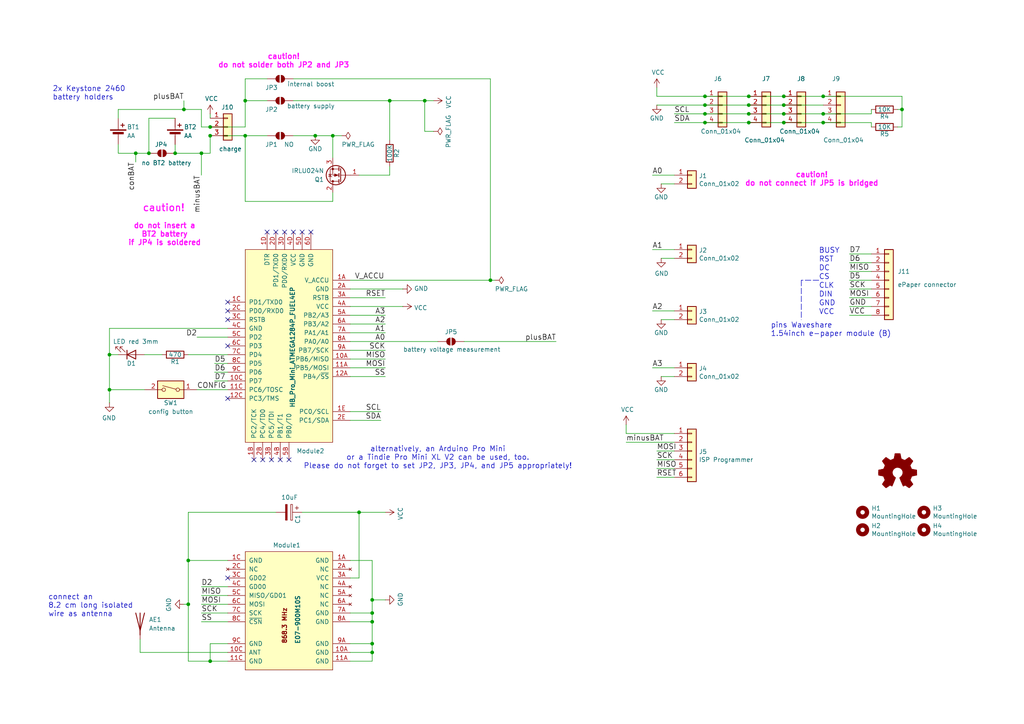
<source format=kicad_sch>
(kicad_sch (version 20231120) (generator "eeschema") (generator_version "8.0")
  (paper "A4")
  (title_block (title "HB-UNI-SEN-BATT_E07-900M10S_FUEL4EP") (date "2025-03-06") (rev "1.3") (company "(C) FUEL4EP 2025") (comment 1 "and connector for Waveshare e-paper module (B) 1.54inch (J11)") (comment 2 "and eByte E07-900M10S  transceiver") (comment 3 "for HB_Pro_Mini_ATMEGA1284P_FUEL4EP/Tindie Pro Mini XL V2/Arduino Pro Mini") (comment 4 "fork of Alexander Reinert's HB-UNI-SEN-BATT/ Creative Commons License,non-commercial"))
  (lib_symbols
    (symbol "Connector_Generic:Conn_01x02" (pin_names (offset 1.016) hide)
      (property "Reference" "J" (at 0 2.54 0))
      (property "Value" "Conn_01x02" (at 0 -5.08 0))
      (symbol "Conn_01x02_1_1"
        (pin passive line (at -5.08 0 0) (length 3.81) (name "Pin_1") (number "1"))
        (pin passive line (at -5.08 -2.54 0) (length 3.81) (name "Pin_2") (number "2"))
      )
    )
    (symbol "Connector_Generic:Conn_01x03" (pin_names (offset 1.016) hide)
      (property "Reference" "J" (at 0 5.08 0))
      (property "Value" "Conn_01x03" (at 0 -5.08 0))
      (symbol "Conn_01x03_1_1"
        (pin passive line (at -5.08 2.54 0) (length 3.81) (name "Pin_1") (number "1"))
        (pin passive line (at -5.08 0 0) (length 3.81) (name "Pin_2") (number "2"))
        (pin passive line (at -5.08 -2.54 0) (length 3.81) (name "Pin_3") (number "3"))
      )
    )
    (symbol "Connector_Generic:Conn_01x04" (pin_names (offset 1.016) hide)
      (property "Reference" "J" (at 0 5.08 0))
      (property "Value" "Conn_01x04" (at 0 -7.62 0))
      (symbol "Conn_01x04_1_1"
        (pin passive line (at -5.08 2.54 0) (length 3.81) (name "Pin_1") (number "1"))
        (pin passive line (at -5.08 0 0) (length 3.81) (name "Pin_2") (number "2"))
        (pin passive line (at -5.08 -2.54 0) (length 3.81) (name "Pin_3") (number "3"))
        (pin passive line (at -5.08 -5.08 0) (length 3.81) (name "Pin_4") (number "4"))
      )
    )
    (symbol "Connector_Generic:Conn_01x06" (pin_names (offset 1.016) hide)
      (property "Reference" "J" (at 0 7.62 0))
      (property "Value" "Conn_01x06" (at 0 -10.16 0))
      (symbol "Conn_01x06_1_1"
        (pin passive line (at -5.08 5.08 0) (length 3.81) (name "Pin_1") (number "1"))
        (pin passive line (at -5.08 2.54 0) (length 3.81) (name "Pin_2") (number "2"))
        (pin passive line (at -5.08 0 0) (length 3.81) (name "Pin_3") (number "3"))
        (pin passive line (at -5.08 -2.54 0) (length 3.81) (name "Pin_4") (number "4"))
        (pin passive line (at -5.08 -5.08 0) (length 3.81) (name "Pin_5") (number "5"))
        (pin passive line (at -5.08 -7.62 0) (length 3.81) (name "Pin_6") (number "6"))
      )
    )
    (symbol "Connector_Generic:Conn_01x08" (pin_names (offset 1.016) hide)
      (property "Reference" "J" (at 0 10.16 0))
      (property "Value" "Conn_01x08" (at 0 -12.7 0))
      (symbol "Conn_01x08_1_1"
        (pin passive line (at -5.08 7.62 0) (length 3.81) (name "Pin_1") (number "1"))
        (pin passive line (at -5.08 5.08 0) (length 3.81) (name "Pin_2") (number "2"))
        (pin passive line (at -5.08 2.54 0) (length 3.81) (name "Pin_3") (number "3"))
        (pin passive line (at -5.08 0 0) (length 3.81) (name "Pin_4") (number "4"))
        (pin passive line (at -5.08 -2.54 0) (length 3.81) (name "Pin_5") (number "5"))
        (pin passive line (at -5.08 -5.08 0) (length 3.81) (name "Pin_6") (number "6"))
        (pin passive line (at -5.08 -7.62 0) (length 3.81) (name "Pin_7") (number "7"))
        (pin passive line (at -5.08 -10.16 0) (length 3.81) (name "Pin_8") (number "8"))
      )
    )
    (symbol "Device:Antenna" (pin_numbers hide) (pin_names (offset 1.016) hide)
      (property "Reference" "AE" (at -1.905 1.905 0))
      (property "Value" "Antenna" (at -1.905 0 0))
      (symbol "Antenna_1_1"
        (pin input line (at 0 -5.08 90) (length 2.54) (name "A") (number "1"))
      )
    )
    (symbol "Device:Battery_Cell" (pin_numbers hide) (pin_names (offset 0) hide)
      (property "Reference" "BT" (at 2.54 2.54 0))
      (property "Value" "Battery_Cell" (at 2.54 0 0))
      (symbol "Battery_Cell_1_1"
        (pin passive line (at 0 5.08 270) (length 2.54) (name "+") (number "1"))
        (pin passive line (at 0 -2.54 90) (length 2.54) (name "-") (number "2"))
      )
    )
    (symbol "Device:C_Polarized" (pin_numbers hide) (pin_names (offset 0.254))
      (property "Reference" "C" (at 0.635 2.54 0))
      (property "Value" "C_Polarized" (at 0.635 -2.54 0))
      (symbol "C_Polarized_1_1"
        (pin passive line (at 0 3.81 270) (length 2.794) (name "~") (number "1"))
        (pin passive line (at 0 -3.81 90) (length 2.794) (name "~") (number "2"))
      )
    )
    (symbol "Device:LED" (pin_numbers hide) (pin_names (offset 1.016) hide)
      (property "Reference" "D" (at 0 2.54 0))
      (property "Value" "LED" (at 0 -2.54 0))
      (symbol "LED_1_1"
        (pin passive line (at -3.81 0 0) (length 2.54) (name "K") (number "1"))
        (pin passive line (at 3.81 0 180) (length 2.54) (name "A") (number "2"))
      )
    )
    (symbol "Device:Q_NMOS_GDS" (pin_names (offset 0) hide)
      (property "Reference" "Q" (at 5.08 1.27 0))
      (property "Value" "Q_NMOS_GDS" (at 5.08 -1.27 0))
      (symbol "Q_NMOS_GDS_1_1"
        (pin input line (at -5.08 0 0) (length 2.54) (name "G") (number "1"))
        (pin passive line (at 2.54 5.08 270) (length 2.54) (name "D") (number "2"))
        (pin passive line (at 2.54 -5.08 90) (length 2.54) (name "S") (number "3"))
      )
    )
    (symbol "Device:R" (pin_numbers hide) (pin_names (offset 0))
      (property "Reference" "R" (at 2.032 0 90))
      (property "Value" "R" (at 0 0 90))
      (symbol "R_1_1"
        (pin passive line (at 0 3.81 270) (length 1.27) (name "~") (number "1"))
        (pin passive line (at 0 -3.81 90) (length 1.27) (name "~") (number "2"))
      )
    )
    (symbol "FUEL4EP:E07-900M10S" (pin_names (offset 1.016))
      (property "Reference" "Module" (at 3.81 -1.905 0))
      (property "Value" "E07-900M10S" (at 14.605 14.605 90))
      (symbol "E07-900M10S_0_0"
        (text "868.3 MHz" (at 11.43 7.62 900) (effects (font (size 1.27 1.27) (bold yes)) (justify left)))
        (pin output line (at -5.08 5.08 0) (length 5.08) (name "ANT") (number "10C"))
        (pin power_in line (at 30.48 2.54 180) (length 5.08) (name "GND") (number "11A"))
        (pin power_in line (at -5.08 2.54 0) (length 5.08) (name "GND") (number "11C"))
        (pin power_in line (at -5.08 31.75 0) (length 5.08) (name "GND") (number "1C"))
        (pin no_connect line (at -5.08 29.21 0) (length 5.08) (name "NC") (number "2C"))
        (pin output line (at -5.08 26.67 0) (length 5.08) (name "GD02") (number "3C"))
        (pin output line (at -5.08 24.13 0) (length 5.08) (name "GD00") (number "4C"))
        (pin tri_state line (at -5.08 21.59 0) (length 5.08) (name "MISO/GD01") (number "5C"))
        (pin input line (at -5.08 19.05 0) (length 5.08) (name "MOSI") (number "6C"))
        (pin input line (at -5.08 16.51 0) (length 5.08) (name "SCK") (number "7C"))
        (pin input line (at -5.08 13.97 0) (length 5.08) (name "~{CSN}") (number "8C"))
        (pin power_in line (at -5.08 7.62 0) (length 5.08) (name "GND") (number "9C"))
      )
      (symbol "E07-900M10S_1_1"
        (pin power_in line (at 30.48 5.08 180) (length 5.08) (name "GND") (number "10A"))
        (pin power_in line (at 30.48 31.75 180) (length 5.08) (name "GND") (number "1A"))
        (pin no_connect line (at 30.48 29.21 180) (length 5.08) (name "NC") (number "2A"))
        (pin power_in line (at 30.48 26.67 180) (length 5.08) (name "VCC") (number "3A"))
        (pin no_connect line (at 30.48 24.13 180) (length 5.08) (name "NC") (number "4A"))
        (pin no_connect line (at 30.48 21.59 180) (length 5.08) (name "NC") (number "5A"))
        (pin no_connect line (at 30.48 19.05 180) (length 5.08) (name "NC") (number "6A"))
        (pin power_in line (at 30.48 16.51 180) (length 5.08) (name "GND") (number "7A"))
        (pin power_in line (at 30.48 13.97 180) (length 5.08) (name "GND") (number "8A"))
        (pin power_in line (at 30.48 7.62 180) (length 5.08) (name "GND") (number "9A"))
      )
    )
    (symbol "FUEL4EP:HB_Pro_Mini_ATMEGA1284P_FUEL4EP" (pin_names (offset 1.016))
      (property "Reference" "Module" (at -8.89 5.08 0))
      (property "Value" "HB_Pro_Mini_ATMEGA1284P_FUEL4EP" (at 13.208 27.94 90))
      (symbol "HB_Pro_Mini_ATMEGA1284P_FUEL4EP_1_0"
        (pin bidirectional line (at 30.48 6.35 180) (length 5.08) (name "PC1/SDA") (number "2E"))
      )
      (symbol "HB_Pro_Mini_ATMEGA1284P_FUEL4EP_1_1"
        (pin bidirectional line (at 30.48 24.13 180) (length 5.08) (name "PB6/MISO") (number "10A"))
        (pin bidirectional line (at -5.08 17.78 0) (length 5.08) (name "PD7") (number "10C"))
        (pin bidirectional line (at 30.48 21.59 180) (length 5.08) (name "PB5/MOSI") (number "11A"))
        (pin bidirectional line (at -5.08 15.24 0) (length 5.08) (name "PC6/TOSC") (number "11C"))
        (pin bidirectional line (at 30.48 19.05 180) (length 5.08) (name "PB4/~{SS}") (number "12A"))
        (pin bidirectional line (at -5.08 12.7 0) (length 5.08) (name "PC3/TMS") (number "12C"))
        (pin power_in line (at 30.48 46.99 180) (length 5.08) (name "V_ACCU") (number "1A"))
        (pin bidirectional line (at 2.54 -5.08 90) (length 5.08) (name "PC2/TCK") (number "1B"))
        (pin bidirectional line (at -5.08 40.64 0) (length 5.08) (name "PD1/TXD0") (number "1C"))
        (pin input line (at 6.35 60.96 270) (length 5.08) (name "DTR") (number "1D"))
        (pin bidirectional line (at 30.48 8.89 180) (length 5.08) (name "PC0/SCL") (number "1E"))
        (pin power_in line (at 30.48 44.45 180) (length 5.08) (name "GND") (number "2A"))
        (pin bidirectional line (at 5.08 -5.08 90) (length 5.08) (name "PC4/TD0") (number "2B"))
        (pin bidirectional line (at -5.08 38.1 0) (length 5.08) (name "PD0/RXD0") (number "2C"))
        (pin bidirectional line (at 8.89 60.96 270) (length 5.08) (name "PD1/TXD0") (number "2D"))
        (pin input line (at 30.48 41.91 180) (length 5.08) (name "RSTB") (number "3A"))
        (pin bidirectional line (at 7.62 -5.08 90) (length 5.08) (name "PC5/TDI") (number "3B"))
        (pin input line (at -5.08 35.56 0) (length 5.08) (name "RSTB") (number "3C"))
        (pin bidirectional line (at 11.43 60.96 270) (length 5.08) (name "PD0/RXD0") (number "3D"))
        (pin power_in line (at 30.48 39.37 180) (length 5.08) (name "VCC") (number "4A"))
        (pin bidirectional line (at 10.16 -5.08 90) (length 5.08) (name "PB1/T1") (number "4B"))
        (pin power_in line (at -5.08 33.02 0) (length 5.08) (name "GND") (number "4C"))
        (pin power_in line (at 13.97 60.96 270) (length 5.08) (name "VCC") (number "4D"))
        (pin input line (at 30.48 36.83 180) (length 5.08) (name "PB2/A3") (number "5A"))
        (pin bidirectional line (at 12.7 -5.08 90) (length 5.08) (name "PB0/T0") (number "5B"))
        (pin bidirectional line (at -5.08 30.48 0) (length 5.08) (name "PD2") (number "5C"))
        (pin power_in line (at 16.51 60.96 270) (length 5.08) (name "GND") (number "5D"))
        (pin input line (at 30.48 34.29 180) (length 5.08) (name "PB3/A2") (number "6A"))
        (pin bidirectional line (at -5.08 27.94 0) (length 5.08) (name "PD3") (number "6C"))
        (pin power_in line (at 19.05 60.96 270) (length 5.08) (name "GND") (number "6D"))
        (pin input line (at 30.48 31.75 180) (length 5.08) (name "PA1/A1") (number "7A"))
        (pin bidirectional line (at -5.08 25.4 0) (length 5.08) (name "PD4") (number "7C"))
        (pin input line (at 30.48 29.21 180) (length 5.08) (name "PA0/A0") (number "8A"))
        (pin bidirectional line (at -5.08 22.86 0) (length 5.08) (name "PD5") (number "8C"))
        (pin bidirectional line (at 30.48 26.67 180) (length 5.08) (name "PB7/SCK") (number "9A"))
        (pin bidirectional line (at -5.08 20.32 0) (length 5.08) (name "PD6") (number "9C"))
      )
    )
    (symbol "Graphic:Logo_Open_Hardware_Small" (in_bom no) (on_board no))
    (symbol "Jumper:SolderJumper_2_Open" (pin_numbers hide) (pin_names (offset 0) hide) (exclude_from_sim yes) (in_bom no)
      (property "Reference" "JP" (at 0 2.032 0))
      (property "Value" "SolderJumper_2_Open" (at 0 -2.54 0))
      (symbol "SolderJumper_2_Open_1_1"
        (pin passive line (at -3.81 0 0) (length 2.54) (name "A") (number "1"))
        (pin passive line (at 3.81 0 180) (length 2.54) (name "B") (number "2"))
      )
    )
    (symbol "Mechanical:MountingHole" (pin_names (offset 1.016)) (exclude_from_sim yes) (in_bom no)
      (property "Reference" "H" (at 0 5.08 0))
      (property "Value" "MountingHole" (at 0 3.175 0))
    )
    (symbol "Switch:SW_DIP_x01" (pin_names (offset 0) hide)
      (property "Reference" "SW" (at 0 3.81 0))
      (property "Value" "SW_DIP_x01" (at 0 -3.81 0))
      (symbol "SW_DIP_x01_1_1"
        (pin passive line (at -7.62 0 0) (length 5.08) (name "~") (number "1"))
        (pin passive line (at 7.62 0 180) (length 5.08) (name "~") (number "2"))
      )
    )
    (symbol "power:GND" (power) (pin_numbers hide) (pin_names (offset 0) hide)
      (property "Value" "GND" (at 0 -3.81 0))
      (symbol "GND_1_1"
        (pin power_in line (at 0 0 270) (length 0) (name "~") (number "1"))
      )
    )
    (symbol "power:PWR_FLAG" (power) (pin_numbers hide) (pin_names (offset 0) hide)
      (property "Value" "PWR_FLAG" (at 0 3.81 0))
      (symbol "PWR_FLAG_0_0"
        (pin power_out line (at 0 0 90) (length 0) (name "~") (number "1"))
      )
    )
    (symbol "power:VCC" (power) (pin_numbers hide) (pin_names (offset 0) hide)
      (property "Value" "VCC" (at 0 3.556 0))
      (symbol "VCC_1_1"
        (pin power_in line (at 0 0 90) (length 0) (name "~") (number "1"))
      )
    )
  )
  (junction (at 238.76 35.56))
  (junction (at 217.17 33.02))
  (junction (at 50.8 44.45))
  (junction (at 104.14 148.59))
  (junction (at 227.33 35.56))
  (junction (at 204.47 35.56))
  (junction (at 43.18 44.45))
  (junction (at 107.95 180.34))
  (junction (at 217.17 35.56))
  (junction (at 123.19 29.21))
  (junction (at 227.33 27.94))
  (junction (at 107.95 189.23))
  (junction (at 91.44 39.37))
  (junction (at 238.76 27.94))
  (junction (at 58.42 44.45))
  (junction (at 60.96 39.37))
  (junction (at 113.03 29.21))
  (junction (at 227.33 33.02))
  (junction (at 96.52 39.37))
  (junction (at 261.62 31.75))
  (junction (at 71.12 39.37))
  (junction (at 71.12 29.21))
  (junction (at 60.96 191.77))
  (junction (at 54.61 162.56))
  (junction (at 54.61 175.26))
  (junction (at 204.47 30.48))
  (junction (at 31.75 102.87))
  (junction (at 60.96 36.83))
  (junction (at 142.24 81.28))
  (junction (at 227.33 30.48))
  (junction (at 204.47 27.94))
  (junction (at 107.95 173.99))
  (junction (at 31.75 113.03))
  (junction (at 107.95 177.8))
  (junction (at 217.17 30.48))
  (junction (at 53.34 31.75))
  (junction (at 39.37 44.45))
  (junction (at 217.17 27.94))
  (junction (at 238.76 33.02))
  (junction (at 107.95 186.69))
  (junction (at 204.47 33.02))
  (no_connect (at 87.63 67.31))
  (no_connect (at 76.2 133.35))
  (no_connect (at 66.04 87.63))
  (no_connect (at 66.04 115.57))
  (no_connect (at 77.47 67.31))
  (no_connect (at 66.04 100.33))
  (no_connect (at 82.55 67.31))
  (no_connect (at 85.09 67.31))
  (no_connect (at 66.04 92.71))
  (no_connect (at 73.66 133.35))
  (no_connect (at 81.28 133.35))
  (no_connect (at 66.04 90.17))
  (no_connect (at 66.04 167.64))
  (no_connect (at 80.01 67.31))
  (no_connect (at 83.82 133.35))
  (no_connect (at 90.17 67.31))
  (no_connect (at 78.74 133.35))
  (wire (pts (xy 85.09 22.86) (xy 142.24 22.86)))
  (wire (pts (xy 104.14 167.64) (xy 101.6 167.64)))
  (wire (pts (xy 191.77 92.71) (xy 195.58 92.71)))
  (wire (pts (xy 60.96 191.77) (xy 60.96 186.69)))
  (wire (pts (xy 107.95 180.34) (xy 107.95 177.8)))
  (wire (pts (xy 227.33 30.48) (xy 217.17 30.48)))
  (wire (pts (xy 181.61 128.27) (xy 195.58 128.27)))
  (wire (pts (xy 101.6 96.52) (xy 111.76 96.52)))
  (wire (pts (xy 31.75 102.87) (xy 31.75 113.03)))
  (wire (pts (xy 62.23 105.41) (xy 66.04 105.41)))
  (wire (pts (xy 58.42 44.45) (xy 58.42 50.8)))
  (wire (pts (xy 101.6 177.8) (xy 107.95 177.8)))
  (wire (pts (xy 195.58 130.81) (xy 190.5 130.81)))
  (wire (pts (xy 252.73 88.9) (xy 246.38 88.9)))
  (wire (pts (xy 58.42 36.83) (xy 58.42 31.75)))
  (wire (pts (xy 31.75 113.03) (xy 31.75 116.84)))
  (wire (pts (xy 101.6 191.77) (xy 107.95 191.77)))
  (wire (pts (xy 101.6 86.36) (xy 111.76 86.36)))
  (wire (pts (xy 238.76 35.56) (xy 227.33 35.56)))
  (wire (pts (xy 116.84 83.82) (xy 101.6 83.82)))
  (wire (pts (xy 101.6 180.34) (xy 107.95 180.34)))
  (wire (pts (xy 252.73 73.66) (xy 246.38 73.66)))
  (wire (pts (xy 189.23 50.8) (xy 195.58 50.8)))
  (wire (pts (xy 113.03 50.8) (xy 104.14 50.8)))
  (wire (pts (xy 60.96 36.83) (xy 71.12 36.83)))
  (wire (pts (xy 195.58 135.89) (xy 190.5 135.89)))
  (wire (pts (xy 31.75 95.25) (xy 31.75 102.87)))
  (wire (pts (xy 71.12 39.37) (xy 77.47 39.37)))
  (wire (pts (xy 238.76 27.94) (xy 261.62 27.94)))
  (wire (pts (xy 54.61 191.77) (xy 60.96 191.77)))
  (wire (pts (xy 181.61 125.73) (xy 181.61 123.19)))
  (wire (pts (xy 53.34 175.26) (xy 54.61 175.26)))
  (wire (pts (xy 195.58 125.73) (xy 181.61 125.73)))
  (wire (pts (xy 66.04 97.79) (xy 57.15 97.79)))
  (wire (pts (xy 252.73 33.02) (xy 252.73 31.75)))
  (wire (pts (xy 54.61 162.56) (xy 54.61 175.26)))
  (wire (pts (xy 101.6 91.44) (xy 111.76 91.44)))
  (wire (pts (xy 107.95 186.69) (xy 107.95 180.34)))
  (wire (pts (xy 77.47 29.21) (xy 71.12 29.21)))
  (wire (pts (xy 142.24 81.28) (xy 101.6 81.28)))
  (wire (pts (xy 39.37 46.99) (xy 39.37 44.45)))
  (wire (pts (xy 53.34 29.21) (xy 53.34 31.75)))
  (wire (pts (xy 217.17 27.94) (xy 227.33 27.94)))
  (wire (pts (xy 191.77 74.93) (xy 195.58 74.93)))
  (wire (pts (xy 34.29 102.87) (xy 31.75 102.87)))
  (wire (pts (xy 142.24 81.28) (xy 143.51 81.28)))
  (wire (pts (xy 96.52 45.72) (xy 96.52 39.37)))
  (wire (pts (xy 238.76 33.02) (xy 227.33 33.02)))
  (wire (pts (xy 204.47 35.56) (xy 217.17 35.56)))
  (wire (pts (xy 60.96 39.37) (xy 60.96 44.45)))
  (wire (pts (xy 58.42 44.45) (xy 60.96 44.45)))
  (wire (pts (xy 195.58 90.17) (xy 189.23 90.17)))
  (wire (pts (xy 190.5 27.94) (xy 204.47 27.94)))
  (wire (pts (xy 66.04 189.23) (xy 40.64 189.23)))
  (wire (pts (xy 252.73 81.28) (xy 246.38 81.28)))
  (wire (pts (xy 104.14 148.59) (xy 104.14 167.64)))
  (wire (pts (xy 60.96 36.83) (xy 58.42 36.83)))
  (wire (pts (xy 113.03 29.21) (xy 113.03 40.64)))
  (wire (pts (xy 96.52 39.37) (xy 99.06 39.37)))
  (wire (pts (xy 227.33 27.94) (xy 238.76 27.94)))
  (wire (pts (xy 101.6 99.06) (xy 127 99.06)))
  (wire (pts (xy 71.12 39.37) (xy 71.12 58.42)))
  (wire (pts (xy 252.73 86.36) (xy 246.38 86.36)))
  (wire (pts (xy 195.58 138.43) (xy 190.5 138.43)))
  (wire (pts (xy 110.49 119.38) (xy 101.6 119.38)))
  (wire (pts (xy 66.04 172.72) (xy 58.42 172.72)))
  (wire (pts (xy 101.6 101.6) (xy 111.76 101.6)))
  (wire (pts (xy 57.15 113.03) (xy 66.04 113.03)))
  (wire (pts (xy 71.12 29.21) (xy 71.12 22.86)))
  (wire (pts (xy 191.77 53.34) (xy 195.58 53.34)))
  (wire (pts (xy 66.04 170.18) (xy 58.42 170.18)))
  (wire (pts (xy 189.23 72.39) (xy 195.58 72.39)))
  (wire (pts (xy 101.6 186.69) (xy 107.95 186.69)))
  (wire (pts (xy 66.04 95.25) (xy 31.75 95.25)))
  (wire (pts (xy 113.03 48.26) (xy 113.03 50.8)))
  (wire (pts (xy 34.29 44.45) (xy 39.37 44.45)))
  (wire (pts (xy 107.95 177.8) (xy 107.95 173.99)))
  (wire (pts (xy 195.58 133.35) (xy 190.5 133.35)))
  (wire (pts (xy 101.6 88.9) (xy 116.84 88.9)))
  (wire (pts (xy 191.77 109.22) (xy 195.58 109.22)))
  (wire (pts (xy 238.76 35.56) (xy 252.73 35.56)))
  (wire (pts (xy 204.47 27.94) (xy 217.17 27.94)))
  (wire (pts (xy 123.19 29.21) (xy 125.73 29.21)))
  (wire (pts (xy 66.04 180.34) (xy 58.42 180.34)))
  (wire (pts (xy 190.5 27.94) (xy 190.5 25.4)))
  (wire (pts (xy 252.73 78.74) (xy 246.38 78.74)))
  (polyline (pts (xy 232.41 81.28) (xy 232.41 92.71)) (stroke (width 0) (type dash)))
  (wire (pts (xy 113.03 29.21) (xy 123.19 29.21)))
  (wire (pts (xy 41.91 113.03) (xy 31.75 113.03)))
  (wire (pts (xy 66.04 191.77) (xy 60.96 191.77)))
  (wire (pts (xy 101.6 189.23) (xy 107.95 189.23)))
  (wire (pts (xy 43.18 34.29) (xy 43.18 44.45)))
  (wire (pts (xy 71.12 29.21) (xy 71.12 36.83)))
  (wire (pts (xy 96.52 55.88) (xy 96.52 58.42)))
  (wire (pts (xy 252.73 76.2) (xy 246.38 76.2)))
  (wire (pts (xy 101.6 93.98) (xy 111.76 93.98)))
  (wire (pts (xy 58.42 31.75) (xy 53.34 31.75)))
  (wire (pts (xy 66.04 177.8) (xy 58.42 177.8)))
  (wire (pts (xy 85.09 29.21) (xy 113.03 29.21)))
  (wire (pts (xy 101.6 104.14) (xy 111.76 104.14)))
  (wire (pts (xy 87.63 148.59) (xy 104.14 148.59)))
  (wire (pts (xy 71.12 22.86) (xy 77.47 22.86)))
  (wire (pts (xy 34.29 31.75) (xy 53.34 31.75)))
  (wire (pts (xy 195.58 35.56) (xy 204.47 35.56)))
  (wire (pts (xy 260.35 31.75) (xy 261.62 31.75)))
  (wire (pts (xy 261.62 27.94) (xy 261.62 31.75)))
  (wire (pts (xy 80.01 148.59) (xy 54.61 148.59)))
  (wire (pts (xy 66.04 186.69) (xy 60.96 186.69)))
  (polyline (pts (xy 237.49 81.28) (xy 232.41 81.28)) (stroke (width 0) (type dash)))
  (wire (pts (xy 43.18 34.29) (xy 50.8 34.29)))
  (wire (pts (xy 123.19 38.1) (xy 125.73 38.1)))
  (wire (pts (xy 204.47 30.48) (xy 217.17 30.48)))
  (wire (pts (xy 60.96 33.02) (xy 60.96 34.29)))
  (wire (pts (xy 40.64 189.23) (xy 40.64 185.42)))
  (wire (pts (xy 101.6 162.56) (xy 107.95 162.56)))
  (wire (pts (xy 50.8 44.45) (xy 58.42 44.45)))
  (wire (pts (xy 34.29 34.29) (xy 34.29 31.75)))
  (wire (pts (xy 54.61 148.59) (xy 54.61 162.56)))
  (wire (pts (xy 46.99 102.87) (xy 41.91 102.87)))
  (wire (pts (xy 107.95 173.99) (xy 111.76 173.99)))
  (wire (pts (xy 107.95 191.77) (xy 107.95 189.23)))
  (wire (pts (xy 66.04 175.26) (xy 58.42 175.26)))
  (wire (pts (xy 71.12 58.42) (xy 96.52 58.42)))
  (wire (pts (xy 261.62 31.75) (xy 261.62 36.83)))
  (wire (pts (xy 62.23 107.95) (xy 66.04 107.95)))
  (wire (pts (xy 142.24 22.86) (xy 142.24 81.28)))
  (wire (pts (xy 252.73 35.56) (xy 252.73 36.83)))
  (wire (pts (xy 227.33 33.02) (xy 217.17 33.02)))
  (wire (pts (xy 189.23 106.68) (xy 195.58 106.68)))
  (wire (pts (xy 62.23 110.49) (xy 66.04 110.49)))
  (wire (pts (xy 252.73 91.44) (xy 246.38 91.44)))
  (wire (pts (xy 39.37 44.45) (xy 43.18 44.45)))
  (wire (pts (xy 238.76 33.02) (xy 252.73 33.02)))
  (wire (pts (xy 104.14 148.59) (xy 111.76 148.59)))
  (wire (pts (xy 91.44 39.37) (xy 96.52 39.37)))
  (wire (pts (xy 195.58 33.02) (xy 204.47 33.02)))
  (wire (pts (xy 134.62 99.06) (xy 161.29 99.06)))
  (wire (pts (xy 107.95 162.56) (xy 107.95 173.99)))
  (wire (pts (xy 123.19 29.21) (xy 123.19 38.1)))
  (wire (pts (xy 101.6 109.22) (xy 111.76 109.22)))
  (wire (pts (xy 71.12 39.37) (xy 60.96 39.37)))
  (wire (pts (xy 66.04 102.87) (xy 54.61 102.87)))
  (wire (pts (xy 227.33 30.48) (xy 238.76 30.48)))
  (wire (pts (xy 50.8 41.91) (xy 50.8 44.45)))
  (wire (pts (xy 190.5 30.48) (xy 204.47 30.48)))
  (wire (pts (xy 107.95 189.23) (xy 107.95 186.69)))
  (wire (pts (xy 204.47 33.02) (xy 217.17 33.02)))
  (wire (pts (xy 110.49 121.92) (xy 101.6 121.92)))
  (wire (pts (xy 85.09 39.37) (xy 91.44 39.37)))
  (wire (pts (xy 252.73 83.82) (xy 246.38 83.82)))
  (wire (pts (xy 54.61 162.56) (xy 66.04 162.56)))
  (wire (pts (xy 227.33 35.56) (xy 217.17 35.56)))
  (wire (pts (xy 54.61 175.26) (xy 54.61 191.77)))
  (wire (pts (xy 261.62 36.83) (xy 260.35 36.83)))
  (wire (pts (xy 101.6 106.68) (xy 111.76 106.68)))
  (wire (pts (xy 34.29 41.91) (xy 34.29 44.45)))
  (text "VCC" (at 237.49 91.44 0) (effects (font (size 1.524 1.524)) (justify left bottom)))
  (text "DC" (at 237.49 78.74 0) (effects (font (size 1.524 1.524)) (justify left bottom)))
  (text "DIN" (at 237.49 86.36 0) (effects (font (size 1.524 1.524)) (justify left bottom)))
  (text "connect an\n8.2 cm long isolated\nwire as antenna" (at 13.97 179.07 0) (effects (font (size 1.524 1.524)) (justify left bottom)))
  (text "BUSY" (at 237.49 73.66 0) (effects (font (size 1.524 1.524)) (justify left bottom)))
  (text "GND" (at 237.49 88.9 0) (effects (font (size 1.524 1.524)) (justify left bottom)))
  (text "CLK" (at 237.49 83.82 0) (effects (font (size 1.524 1.524)) (justify left bottom)))
  (text "CS\n" (at 237.49 81.28 0) (effects (font (size 1.524 1.524)) (justify left bottom)))
  (text "caution!\ndo not connect if JP5 is bridged" (at 235.458 52.07 0) (effects (font (size 1.524 1.524) (thickness 0.3048) (bold yes))))
  (text "do not insert a\nBT2 battery\nif JP4 is soldered" (at 47.752 68.072 0) (effects (font (size 1.524 1.524) (thickness 0.3048) (bold yes))))
  (text "caution!\ndo not solder both JP2 and JP3" (at 82.296 17.78 0) (effects (font (size 1.524 1.524) (thickness 0.3048) (bold yes))))
  (text "alternatively, an Arduino Pro Mini\nor a Tindie Pro Mini XL V2 can be used, too.\nPlease do not forget to set JP2, JP3, JP4, and JP5 appropriately!" (at 127 136.144 0) (effects (font (size 1.524 1.524)) (justify bottom)))
  (text "RST" (at 237.49 76.2 0) (effects (font (size 1.524 1.524)) (justify left bottom)))
  (text "caution!" (at 47.498 60.452 0) (effects (font (size 2 2) (thickness 0.3048) (bold yes))))
  (text "2x Keystone 2460\nbattery holders" (at 15.24 29.21 0) (effects (font (size 1.524 1.524)) (justify left bottom)))
  (text "pins Waveshare\n1.54inch e-paper module (B)" (at 223.52 97.79 0) (effects (font (size 1.524 1.524)) (justify left bottom)))
  (label "SCK" (at 246.38 83.82 0) (effects (font (size 1.524 1.524))))
  (label "RSET" (at 190.5 138.43 0) (effects (font (size 1.524 1.524))))
  (label "VCC" (at 246.38 91.44 0) (effects (font (size 1.524 1.524))))
  (label "D2" (at 57.15 97.79 180) (effects (font (size 1.524 1.524))))
  (label "A0" (at 189.23 50.8 0) (effects (font (size 1.524 1.524))))
  (label "GND" (at 246.38 88.9 0) (effects (font (size 1.524 1.524))))
  (label "V_ACCU" (at 102.87 81.28 0) (effects (font (size 1.524 1.524))))
  (label "CONFIG" (at 57.15 113.03 0) (effects (font (size 1.524 1.524))))
  (label "SCK" (at 190.5 133.35 0) (effects (font (size 1.524 1.524))))
  (label "MOSI" (at 111.76 106.68 180) (effects (font (size 1.524 1.524))))
  (label "A2" (at 111.76 93.98 180) (effects (font (size 1.524 1.524))))
  (label "D5" (at 62.23 105.41 0) (effects (font (size 1.524 1.524))))
  (label "A1" (at 189.23 72.39 0) (effects (font (size 1.524 1.524))))
  (label "MOSI" (at 190.5 130.81 0) (effects (font (size 1.524 1.524))))
  (label "A0" (at 111.76 99.06 180) (effects (font (size 1.524 1.524))))
  (label "SCL" (at 110.49 119.38 180) (effects (font (size 1.524 1.524))))
  (label "MISO" (at 190.5 135.89 0) (effects (font (size 1.524 1.524))))
  (label "RSET" (at 111.76 86.36 180) (effects (font (size 1.524 1.524))))
  (label "A1" (at 111.76 96.52 180) (effects (font (size 1.524 1.524))))
  (label "SDA" (at 110.49 121.92 180) (effects (font (size 1.524 1.524))))
  (label "D2" (at 58.42 170.18 0) (effects (font (size 1.524 1.524))))
  (label "D6" (at 62.23 107.95 0) (effects (font (size 1.524 1.524))))
  (label "MOSI" (at 246.38 86.36 0) (effects (font (size 1.524 1.524))))
  (label "D7" (at 62.23 110.49 0) (effects (font (size 1.524 1.524))))
  (label "SDA" (at 195.58 35.56 0) (effects (font (size 1.524 1.524))))
  (label "conBAT" (at 39.37 46.99 270) (effects (font (size 1.524 1.524))))
  (label "SCL" (at 195.58 33.02 0) (effects (font (size 1.524 1.524))))
  (label "MOSI" (at 58.42 175.26 0) (effects (font (size 1.524 1.524))))
  (label "D6" (at 246.38 76.2 0) (effects (font (size 1.524 1.524))))
  (label "MISO" (at 111.76 104.14 180) (effects (font (size 1.524 1.524))))
  (label "D5" (at 246.38 81.28 0) (effects (font (size 1.524 1.524))))
  (label "D7" (at 246.38 73.66 0) (effects (font (size 1.524 1.524))))
  (label "minusBAT" (at 181.61 128.27 0) (effects (font (size 1.524 1.524))))
  (label "SCK" (at 58.42 177.8 0) (effects (font (size 1.524 1.524))))
  (label "SS" (at 58.42 180.34 0) (effects (font (size 1.524 1.524))))
  (label "A3" (at 189.23 106.68 0) (effects (font (size 1.524 1.524))))
  (label "MISO" (at 246.38 78.74 0) (effects (font (size 1.524 1.524))))
  (label "plusBAT" (at 53.34 29.21 180) (effects (font (size 1.524 1.524))))
  (label "SCK" (at 111.76 101.6 180) (effects (font (size 1.524 1.524))))
  (label "SS" (at 111.76 109.22 180) (effects (font (size 1.524 1.524))))
  (label "A3" (at 111.76 91.44 180) (effects (font (size 1.524 1.524))))
  (label "plusBAT" (at 161.29 99.06 180) (effects (font (size 1.524 1.524))))
  (label "minusBAT" (at 58.42 50.8 270) (effects (font (size 1.524 1.524))))
  (label "MISO" (at 58.42 172.72 0) (effects (font (size 1.524 1.524))))
  (label "A2" (at 189.23 90.17 0) (effects (font (size 1.524 1.524))))
  (symbol (lib_id "power:GND") (at 190.5 30.48 0) (unit 1)
    (property "Reference" "#PWR03" (effects (hide yes)))
    (property "Value" "GND" (at 190.5 34.29 0))
    (property "Description" "Power symbol creates a global label with name \"GND\" , ground" (effects (hide yes)))
  )
  (symbol (lib_id "power:GND") (at 191.77 53.34 0) (unit 1)
    (property "Reference" "#PWR06" (effects (hide yes)))
    (property "Value" "GND" (at 191.77 57.15 0))
    (property "Description" "Power symbol creates a global label with name \"GND\" , ground" (effects (hide yes)))
  )
  (symbol (lib_id "power:GND") (at 191.77 92.71 0) (unit 1)
    (property "Reference" "#PWR011" (effects (hide yes)))
    (property "Value" "GND" (at 191.77 96.52 0))
    (property "Description" "Power symbol creates a global label with name \"GND\" , ground" (effects (hide yes)))
  )
  (symbol (lib_id "power:GND") (at 191.77 109.22 0) (unit 1)
    (property "Reference" "#PWR012" (effects (hide yes)))
    (property "Value" "GND" (at 191.77 113.03 0))
    (property "Description" "Power symbol creates a global label with name \"GND\" , ground" (effects (hide yes)))
  )
  (symbol (lib_id "Device:C_Polarized") (at 83.82 148.59 270) (unit 1)
    (property "Reference" "C1" (at 86.36 149.225 0) (effects (justify left)))
    (property "Value" "10uF" (at 81.534 144.272 90) (effects (justify left)))
    (property "Footprint" "Capacitor_THT:CP_Radial_D4.0mm_P1.50mm" (effects (hide yes)))
    (property "Description" "Polarized capacitor" (effects (hide yes)))
  )
  (symbol (lib_id "Device:R") (at 256.54 31.75 270) (unit 1)
    (property "Reference" "R4" (at 256.54 33.782 90))
    (property "Value" "10K" (at 256.54 31.75 90))
    (property "Footprint" "Resistor_THT:R_Axial_DIN0207_L6.3mm_D2.5mm_P2.54mm_Vertical" (effects (hide yes)))
    (property "Description" "Resistor" (effects (hide yes)))
  )
  (symbol (lib_id "Device:R") (at 256.54 36.83 270) (unit 1)
    (property "Reference" "R5" (at 256.54 38.862 90))
    (property "Value" "10K" (at 256.54 36.83 90))
    (property "Footprint" "Resistor_THT:R_Axial_DIN0207_L6.3mm_D2.5mm_P2.54mm_Vertical" (effects (hide yes)))
    (property "Description" "Resistor" (effects (hide yes)))
  )
  (symbol (lib_id "Connector_Generic:Conn_01x02") (at 200.66 106.68 0) (unit 1)
    (property "Reference" "J4" (at 202.692 106.8832 0) (effects (justify left)))
    (property "Value" "Conn_01x02" (at 202.692 109.1946 0) (effects (justify left)))
    (property "Footprint" "Connector_PinHeader_2.54mm:PinHeader_1x02_P2.54mm_Vertical" (effects (hide yes)))
    (property "Description" "Generic connector, single row, 01x02, script generated (kicad-library-utils/schlib/autogen/connector/)" (effects (hide yes)))
  )
  (symbol (lib_id "Connector_Generic:Conn_01x02") (at 200.66 90.17 0) (unit 1)
    (property "Reference" "J3" (at 202.692 90.3732 0) (effects (justify left)))
    (property "Value" "Conn_01x02" (at 202.692 92.6846 0) (effects (justify left)))
    (property "Footprint" "Connector_PinHeader_2.54mm:PinHeader_1x02_P2.54mm_Vertical" (effects (hide yes)))
    (property "Description" "Generic connector, single row, 01x02, script generated (kicad-library-utils/schlib/autogen/connector/)" (effects (hide yes)))
  )
  (symbol (lib_id "Connector_Generic:Conn_01x02") (at 200.66 72.39 0) (unit 1)
    (property "Reference" "J2" (at 202.692 72.5932 0) (effects (justify left)))
    (property "Value" "Conn_01x02" (at 202.692 74.9046 0) (effects (justify left)))
    (property "Footprint" "Connector_PinHeader_2.54mm:PinHeader_1x02_P2.54mm_Vertical" (effects (hide yes)))
    (property "Description" "Generic connector, single row, 01x02, script generated (kicad-library-utils/schlib/autogen/connector/)" (effects (hide yes)))
  )
  (symbol (lib_id "Connector_Generic:Conn_01x02") (at 200.66 50.8 0) (unit 1)
    (property "Reference" "J1" (at 202.692 51.0032 0) (effects (justify left)))
    (property "Value" "Conn_01x02" (at 202.692 53.3146 0) (effects (justify left)))
    (property "Footprint" "Connector_PinHeader_2.54mm:PinHeader_1x02_P2.54mm_Vertical" (effects (hide yes)))
    (property "Description" "Generic connector, single row, 01x02, script generated (kicad-library-utils/schlib/autogen/connector/)" (effects (hide yes)))
  )
  (symbol (lib_id "Connector_Generic:Conn_01x04") (at 209.55 30.48 0) (unit 1)
    (property "Reference" "J6" (at 207.01 22.86 0) (effects (justify left)))
    (property "Value" "Conn_01x04" (at 203.2 38.1 0) (effects (justify left)))
    (property "Footprint" "Connector_PinHeader_2.54mm:PinHeader_1x04_P2.54mm_Vertical" (effects (hide yes)))
    (property "Description" "Generic connector, single row, 01x04, script generated (kicad-library-utils/schlib/autogen/connector/)" (effects (hide yes)))
  )
  (symbol (lib_id "Connector_Generic:Conn_01x04") (at 222.25 30.48 0) (unit 1)
    (property "Reference" "J7" (at 220.98 22.86 0) (effects (justify left)))
    (property "Value" "Conn_01x04" (at 215.9 40.64 0) (effects (justify left)))
    (property "Footprint" "Connector_PinHeader_2.54mm:PinHeader_1x04_P2.54mm_Vertical" (effects (hide yes)))
    (property "Description" "Generic connector, single row, 01x04, script generated (kicad-library-utils/schlib/autogen/connector/)" (effects (hide yes)))
  )
  (symbol (lib_id "Connector_Generic:Conn_01x04") (at 232.41 30.48 0) (unit 1)
    (property "Reference" "J8" (at 231.14 22.86 0) (effects (justify left)))
    (property "Value" "Conn_01x04" (at 226.06 38.1 0) (effects (justify left)))
    (property "Footprint" "Connector_PinHeader_2.54mm:PinHeader_1x04_P2.54mm_Vertical" (effects (hide yes)))
    (property "Description" "Generic connector, single row, 01x04, script generated (kicad-library-utils/schlib/autogen/connector/)" (effects (hide yes)))
  )
  (symbol (lib_id "Connector_Generic:Conn_01x04") (at 243.84 30.48 0) (unit 1)
    (property "Reference" "J9" (at 241.3 22.86 0) (effects (justify left)))
    (property "Value" "Conn_01x04" (at 238.76 40.64 0) (effects (justify left)))
    (property "Footprint" "Connector_PinHeader_2.54mm:PinHeader_1x04_P2.54mm_Vertical" (effects (hide yes)))
    (property "Description" "Generic connector, single row, 01x04, script generated (kicad-library-utils/schlib/autogen/connector/)" (effects (hide yes)))
  )
  (symbol (lib_id "Connector_Generic:Conn_01x06") (at 200.66 130.81 0) (unit 1)
    (property "Reference" "J5" (at 202.692 131.0132 0) (effects (justify left)))
    (property "Value" "ISP Programmer" (at 202.692 133.3246 0) (effects (justify left)))
    (property "Footprint" "Connector_PinHeader_2.54mm:PinHeader_1x06_P2.54mm_Vertical" (effects (hide yes)))
    (property "Description" "Generic connector, single row, 01x06, script generated (kicad-library-utils/schlib/autogen/connector/)" (effects (hide yes)))
  )
  (symbol (lib_id "power:GND") (at 111.76 173.99 90) (unit 1)
    (property "Reference" "#PWR09" (effects (hide yes)))
    (property "Value" "GND" (at 116.1542 173.863 0))
    (property "Description" "Power symbol creates a global label with name \"GND\" , ground" (effects (hide yes)))
  )
  (symbol (lib_id "power:VCC") (at 111.76 148.59 270) (unit 1)
    (property "Reference" "#PWR013" (effects (hide yes)))
    (property "Value" "VCC" (at 116.1542 148.971 0))
    (property "Description" "Power symbol creates a global label with name \"VCC\"" (effects (hide yes)))
  )
  (symbol (lib_id "Mechanical:MountingHole") (at 250.19 153.67 0) (unit 1)
    (property "Reference" "H2" (at 252.73 152.5016 0) (effects (justify left)))
    (property "Value" "MountingHole" (at 252.73 154.813 0) (effects (justify left)))
    (property "Footprint" "FUEL4EP:MountingHole_2.2mm_M2_Pad_Via" (effects (hide yes)))
    (property "Description" "Mounting Hole without connection" (effects (hide yes)))
  )
  (symbol (lib_id "Mechanical:MountingHole") (at 250.19 148.59 0) (unit 1)
    (property "Reference" "H1" (at 252.73 147.4216 0) (effects (justify left)))
    (property "Value" "MountingHole" (at 252.73 149.733 0) (effects (justify left)))
    (property "Footprint" "FUEL4EP:MountingHole_2.2mm_M2_Pad_Via" (effects (hide yes)))
    (property "Description" "Mounting Hole without connection" (effects (hide yes)))
  )
  (symbol (lib_id "Graphic:Logo_Open_Hardware_Small") (at 260.35 137.16 0) (unit 1) (exclude_from_sim yes)
    (property "Reference" "LOGO1" (effects (hide yes)))
    (property "Value" "Logo_Open_Hardware_Small" (effects (hide yes)))
    (property "Footprint" "FUEL4EP:CC-BY-ND-SA" (effects (hide yes)))
    (property "Description" "Open Hardware logo, small" (effects (hide yes)))
  )
  (symbol (lib_id "Mechanical:MountingHole") (at 267.97 148.59 0) (unit 1)
    (property "Reference" "H3" (at 270.51 147.4216 0) (effects (justify left)))
    (property "Value" "MountingHole" (at 270.51 149.733 0) (effects (justify left)))
    (property "Footprint" "FUEL4EP:MountingHole_2.2mm_M2_Pad_Via" (effects (hide yes)))
    (property "Description" "Mounting Hole without connection" (effects (hide yes)))
  )
  (symbol (lib_id "Connector_Generic:Conn_01x08") (at 257.81 81.28 0) (unit 1)
    (property "Reference" "J11" (at 260.35 78.74 0) (effects (justify left)))
    (property "Value" "ePaper connector" (at 260.35 82.55 0) (effects (justify left)))
    (property "Footprint" "FUEL4EP:PinPads_1x08_P2.00mm_Vertical" (effects (hide yes)))
    (property "Description" "Generic connector, single row, 01x08, script generated (kicad-library-utils/schlib/autogen/connector/)" (effects (hide yes)))
  )
  (symbol (lib_id "Mechanical:MountingHole") (at 267.97 153.67 0) (unit 1)
    (property "Reference" "H4" (at 270.51 152.5016 0) (effects (justify left)))
    (property "Value" "MountingHole" (at 270.51 154.813 0) (effects (justify left)))
    (property "Footprint" "FUEL4EP:MountingHole_2.2mm_M2_Pad_Via" (effects (hide yes)))
    (property "Description" "Mounting Hole without connection" (effects (hide yes)))
  )
  (symbol (lib_id "power:VCC") (at 181.61 123.19 0) (unit 1)
    (property "Reference" "#PWR0103" (effects (hide yes)))
    (property "Value" "VCC" (at 181.991 118.7958 0))
    (property "Description" "Power symbol creates a global label with name \"VCC\"" (effects (hide yes)))
  )
  (symbol (lib_id "power:VCC") (at 190.5 25.4 0) (unit 1)
    (property "Reference" "#PWR0105" (effects (hide yes)))
    (property "Value" "VCC" (at 190.881 21.0058 0))
    (property "Description" "Power symbol creates a global label with name \"VCC\"" (effects (hide yes)))
  )
  (symbol (lib_id "power:GND") (at 191.77 74.93 0) (unit 1)
    (property "Reference" "#PWR0108" (effects (hide yes)))
    (property "Value" "GND" (at 191.897 79.3242 0))
    (property "Description" "Power symbol creates a global label with name \"GND\" , ground" (effects (hide yes)))
  )
  (symbol (lib_id "power:VCC") (at 125.73 29.21 270) (unit 1)
    (property "Reference" "#PWR8" (effects (hide yes)))
    (property "Value" "VCC" (at 130.1242 29.591 0))
    (property "Description" "Power symbol creates a global label with name \"VCC\"" (effects (hide yes)))
  )
  (symbol (lib_id "Jumper:SolderJumper_2_Open") (at 130.81 99.06 0) (unit 1)
    (property "Reference" "JP5" (at 130.81 96.266 0))
    (property "Value" "battery voltage measurement" (at 131.064 101.346 0))
    (property "Footprint" "Jumper:SolderJumper-2_P1.3mm_Open_Pad1.0x1.5mm" (effects (hide yes)))
    (property "Description" "Solder Jumper, 2-pole, open" (effects (hide yes)))
  )
  (symbol (lib_id "power:GND") (at 53.34 175.26 270) (unit 1)
    (property "Reference" "#PWR0109" (effects (hide yes)))
    (property "Value" "GND" (at 48.9458 175.387 0))
    (property "Description" "Power symbol creates a global label with name \"GND\" , ground" (effects (hide yes)))
  )
  (symbol (lib_id "Device:Antenna") (at 40.64 180.34 0) (unit 1)
    (property "Reference" "AE1" (at 43.18 179.7049 0) (effects (justify left)))
    (property "Value" "Antenna" (at 43.18 182.2449 0) (effects (justify left)))
    (property "Footprint" "FUEL4EP:SolderWire-0.1sqmm_1x01_D0.4mm_OD1mm" (effects (hide yes)))
    (property "Description" "Antenna" (effects (hide yes)))
  )
  (symbol (lib_id "Switch:SW_DIP_x01") (at 49.53 113.03 0) (mirror y) (unit 1)
    (property "Reference" "SW1" (at 49.53 116.84 0))
    (property "Value" "config button" (at 49.53 119.38 0))
    (property "Footprint" "Button_Switch_THT:SW_PUSH_6mm_H5mm" (effects (hide yes)))
    (property "Description" "1x DIP Switch, Single Pole Single Throw (SPST) switch, small symbol" (effects (hide yes)))
  )
  (symbol (lib_id "FUEL4EP:HB_Pro_Mini_ATMEGA1284P_FUEL4EP") (at 71.12 128.27 0) (unit 1)
    (property "Reference" "Module2" (at 86.0141 130.81 0) (effects (justify left)))
    (property "Value" "HB_Pro_Mini_ATMEGA1284P_FUEL4EP" (at 84.836 118.364 90) (effects (font (bold yes)) (justify left)))
    (property "Footprint" "FUEL4EP:HB_Pro_Mini_ATMEGA1284P_FUEL4EP" (effects (hide yes)))
    (property "Datasheet" "https://www.tindie.com/products/prominimicros/pro-mini-xl-v2-atmega-1284p/" (effects (hide yes)))
    (property "Description" "PCB with same size and pin locations as a Arduino Pro Mini, requires setup according https://prominimicros.com/how-to-use-the-pro-mini-xl-or-atmega-1284p-with-the-arduino-ide/" (effects (hide yes)))
  )
  (symbol (lib_id "Device:R") (at 50.8 102.87 90) (mirror x) (unit 1)
    (property "Reference" "R1" (at 50.8 104.902 90))
    (property "Value" "470" (at 50.8 102.87 90))
    (property "Footprint" "Resistor_THT:R_Axial_DIN0207_L6.3mm_D2.5mm_P2.54mm_Vertical" (effects (hide yes)))
    (property "Description" "Resistor" (effects (hide yes)))
  )
  (symbol (lib_id "Device:R") (at 113.03 44.45 0) (unit 1)
    (property "Reference" "R2" (at 115.062 44.45 90))
    (property "Value" "100K" (at 113.03 44.45 90))
    (property "Footprint" "Resistor_THT:R_Axial_DIN0207_L6.3mm_D2.5mm_P2.54mm_Vertical" (effects (hide yes)))
    (property "Description" "Resistor" (effects (hide yes)))
  )
  (symbol (lib_id "power:PWR_FLAG") (at 143.51 81.28 270) (unit 1)
    (property "Reference" "#FLG3" (effects (hide yes)))
    (property "Value" "PWR_FLAG" (at 143.51 83.82 90) (effects (justify left)))
    (property "Description" "Special symbol for telling ERC where power comes from" (effects (hide yes)))
  )
  (symbol (lib_id "power:GND") (at 31.75 116.84 0) (mirror y) (unit 1)
    (property "Reference" "#PWR1" (effects (hide yes)))
    (property "Value" "GND" (at 31.623 121.2342 0))
    (property "Description" "Power symbol creates a global label with name \"GND\" , ground" (effects (hide yes)))
  )
  (symbol (lib_id "Device:LED") (at 38.1 102.87 0) (mirror x) (unit 1)
    (property "Reference" "D1" (at 38.1 105.41 0))
    (property "Value" "LED red 3mm" (at 39.37 99.06 0))
    (property "Footprint" "LED_THT:LED_D3.0mm" (effects (hide yes)))
    (property "Description" "Light emitting diode" (effects (hide yes)))
  )
  (symbol (lib_id "power:PWR_FLAG") (at 125.73 38.1 270) (unit 1)
    (property "Reference" "#FLG2" (effects (hide yes)))
    (property "Value" "PWR_FLAG" (at 130.048 38.1 0))
    (property "Description" "Special symbol for telling ERC where power comes from" (effects (hide yes)))
  )
  (symbol (lib_id "FUEL4EP:E07-900M10S") (at 71.12 194.31 0) (unit 1)
    (property "Reference" "Module1" (at 83.185 158.115 0))
    (property "Value" "E07-900M10S" (at 86.36 179.705 90) (effects (font (bold yes))))
    (property "Footprint" "FUEL4EP:eByte_E07-900M10S" (effects (hide yes)))
  )
  (symbol (lib_id "power:VCC") (at 60.96 33.02 0) (unit 1)
    (property "Reference" "#PWR2" (effects (hide yes)))
    (property "Value" "VCC" (at 61.341 28.6258 0))
    (property "Description" "Power symbol creates a global label with name \"VCC\"" (effects (hide yes)))
  )
  (symbol (lib_id "Jumper:SolderJumper_2_Open") (at 81.28 22.86 0) (unit 1)
    (property "Reference" "JP3" (at 78.74 25.4 0))
    (property "Value" "internal boost" (at 90.17 24.384 0))
    (property "Footprint" "Jumper:SolderJumper-2_P1.3mm_Open_Pad1.0x1.5mm" (effects (hide yes)))
    (property "Description" "Solder Jumper, 2-pole, open" (effects (hide yes)))
  )
  (symbol (lib_id "Device:Battery_Cell") (at 50.8 39.37 0) (unit 1)
    (property "Reference" "BT2" (at 53.34 36.83 0) (effects (justify left)))
    (property "Value" "AA" (at 53.34 39.37 0) (effects (justify left)))
    (property "Footprint" "FUEL4EP:BatteryHolder_Keystone_2460_1xAA" (effects (hide yes)))
    (property "Description" "Single-cell battery" (effects (hide yes)))
  )
  (symbol (lib_id "Jumper:SolderJumper_2_Open") (at 81.28 39.37 0) (unit 1)
    (property "Reference" "JP1" (at 78.74 41.91 0))
    (property "Value" "NO" (at 83.82 41.91 0))
    (property "Footprint" "FUEL4EP:SolderJumper-2_P1.3mm_Open_Pad1.0x1.5mm" (effects (hide yes)))
    (property "Description" "Solder Jumper, 2-pole, open" (effects (hide yes)))
  )
  (symbol (lib_id "Device:Battery_Cell") (at 34.29 39.37 0) (unit 1)
    (property "Reference" "BT1" (at 36.83 36.83 0) (effects (justify left)))
    (property "Value" "AA" (at 36.83 39.37 0) (effects (justify left)))
    (property "Footprint" "FUEL4EP:BatteryHolder_Keystone_2460_1xAA" (effects (hide yes)))
    (property "Description" "Single-cell battery" (effects (hide yes)))
  )
  (symbol (lib_id "Device:Q_NMOS_GDS") (at 99.06 50.8 180) (unit 1)
    (property "Reference" "Q1" (at 93.98 52.07 0) (effects (justify left)))
    (property "Value" "IRLU024N" (at 93.98 49.53 0) (effects (justify left)))
    (property "Footprint" "Package_TO_SOT_THT:TO-251-3_Vertical" (effects (hide yes)))
    (property "Description" "N-MOSFET transistor, gate/drain/source" (effects (hide yes)))
  )
  (symbol (lib_id "Jumper:SolderJumper_2_Open") (at 81.28 29.21 0) (unit 1)
    (property "Reference" "JP2" (at 78.74 31.75 0))
    (property "Value" "battery supply" (at 90.17 30.734 0))
    (property "Footprint" "Jumper:SolderJumper-2_P1.3mm_Open_Pad1.0x1.5mm" (effects (hide yes)))
    (property "Description" "Solder Jumper, 2-pole, open" (effects (hide yes)))
  )
  (symbol (lib_id "power:GND") (at 116.84 83.82 90) (unit 1)
    (property "Reference" "#PWR5" (effects (hide yes)))
    (property "Value" "GND" (at 120.0912 83.693 90) (effects (justify right)))
    (property "Description" "Power symbol creates a global label with name \"GND\" , ground" (effects (hide yes)))
  )
  (symbol (lib_id "power:GND") (at 91.44 39.37 0) (unit 1)
    (property "Reference" "#PWR4" (effects (hide yes)))
    (property "Value" "GND" (at 91.44 43.18 0))
    (property "Description" "Power symbol creates a global label with name \"GND\" , ground" (effects (hide yes)))
  )
  (symbol (lib_id "power:VCC") (at 116.84 88.9 270) (unit 1)
    (property "Reference" "#PWR7" (effects (hide yes)))
    (property "Value" "VCC" (at 120.0912 89.281 90) (effects (justify left)))
    (property "Description" "Power symbol creates a global label with name \"VCC\"" (effects (hide yes)))
  )
  (symbol (lib_id "Jumper:SolderJumper_2_Open") (at 46.99 44.45 0) (unit 1)
    (property "Reference" "JP4" (at 46.736 41.91 0))
    (property "Value" "no BT2 battery" (at 48.26 47.244 0))
    (property "Footprint" "FUEL4EP:SolderJumper-2_P1.3mm_Open_Pad1.0x1.5mm" (effects (hide yes)))
    (property "Description" "Solder Jumper, 2-pole, open" (effects (hide yes)))
  )
  (symbol (lib_id "Connector_Generic:Conn_01x03") (at 66.04 36.83 0) (unit 1)
    (property "Reference" "J10" (at 64.135 31.115 0) (effects (justify left)))
    (property "Value" "charge" (at 63.5 43.18 0) (effects (justify left)))
    (property "Footprint" "Connector_PinHeader_2.54mm:PinHeader_1x03_P2.54mm_Vertical" (effects (hide yes)))
    (property "Description" "Generic connector, single row, 01x03, script generated (kicad-library-utils/schlib/autogen/connector/)" (effects (hide yes)))
  )
  (symbol (lib_id "power:PWR_FLAG") (at 99.06 39.37 270) (unit 1)
    (property "Reference" "#FLG1" (effects (hide yes)))
    (property "Value" "PWR_FLAG" (at 99.06 41.91 90) (effects (justify left)))
    (property "Description" "Special symbol for telling ERC where power comes from" (effects (hide yes)))
  )
)
</source>
